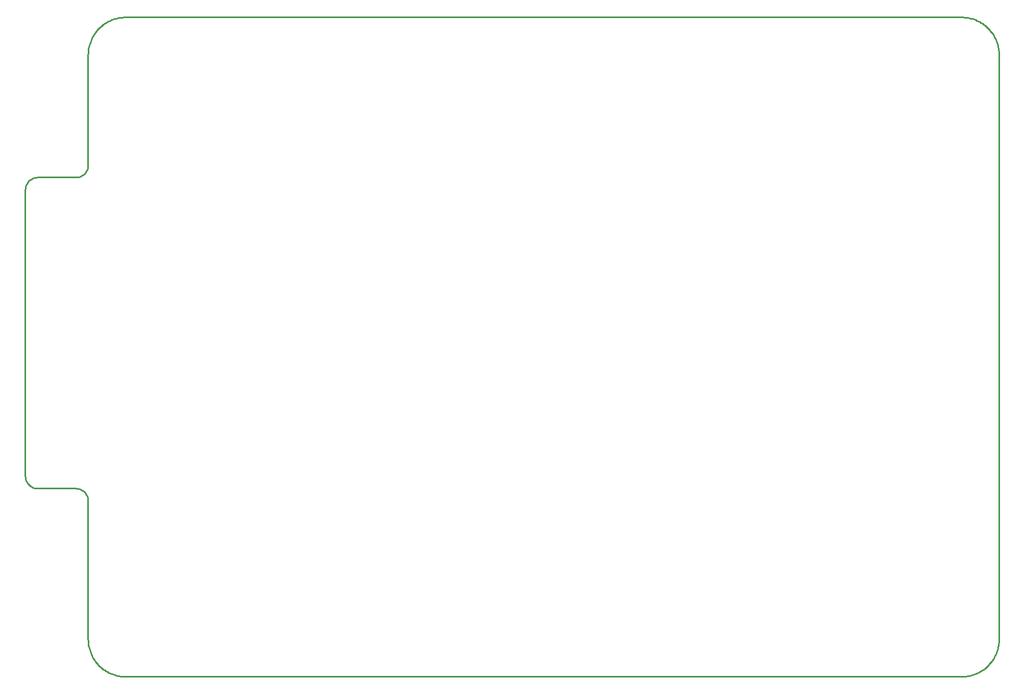
<source format=gko>
G04*
G04 #@! TF.GenerationSoftware,Altium Limited,Altium Designer,19.1.8 (144)*
G04*
G04 Layer_Color=16711935*
%FSLAX25Y25*%
%MOIN*%
G70*
G01*
G75*
%ADD14C,0.01000*%
D14*
X-23622Y110126D02*
X-23689Y111154D01*
X-23890Y112164D01*
X-24221Y113139D01*
X-24677Y114063D01*
X-25249Y114919D01*
X-25928Y115694D01*
X-26703Y116373D01*
X-27559Y116945D01*
X-28483Y117401D01*
X-29458Y117732D01*
X-30468Y117932D01*
X-31496Y118000D01*
X-62992Y125874D02*
X-62925Y124846D01*
X-62724Y123836D01*
X-62393Y122861D01*
X-61937Y121937D01*
X-61365Y121081D01*
X-60686Y120306D01*
X-59912Y119627D01*
X-59055Y119055D01*
X-58131Y118599D01*
X-57156Y118268D01*
X-56146Y118067D01*
X-55118Y118000D01*
Y312992D02*
X-56146Y312925D01*
X-57156Y312724D01*
X-58131Y312393D01*
X-59055Y311937D01*
X-59912Y311365D01*
X-60686Y310686D01*
X-61365Y309911D01*
X-61937Y309055D01*
X-62393Y308131D01*
X-62724Y307156D01*
X-62925Y306146D01*
X-62992Y305118D01*
X-31496Y312992D02*
X-30468Y313059D01*
X-29458Y313260D01*
X-28483Y313592D01*
X-27559Y314047D01*
X-26703Y314619D01*
X-25928Y315298D01*
X-25249Y316073D01*
X-24677Y316929D01*
X-24221Y317853D01*
X-23890Y318828D01*
X-23689Y319838D01*
X-23622Y320866D01*
X547244Y389759D02*
X547223Y390761D01*
X547159Y391762D01*
X547053Y392759D01*
X546904Y393751D01*
X546714Y394736D01*
X546482Y395711D01*
X546209Y396676D01*
X545895Y397628D01*
X545541Y398567D01*
X545147Y399489D01*
X544715Y400394D01*
X544244Y401279D01*
X543737Y402144D01*
X543193Y402987D01*
X542614Y403805D01*
X542001Y404599D01*
X541355Y405366D01*
X540676Y406104D01*
X539967Y406813D01*
X539228Y407491D01*
X538462Y408138D01*
X537669Y408751D01*
X536850Y409330D01*
X536007Y409874D01*
X535142Y410381D01*
X534257Y410852D01*
X533352Y411284D01*
X532430Y411678D01*
X531492Y412032D01*
X530539Y412346D01*
X529574Y412619D01*
X528599Y412851D01*
X527614Y413041D01*
X526622Y413190D01*
X525625Y413296D01*
X524625Y413360D01*
X523622Y413381D01*
Y-0D02*
X524625Y21D01*
X525625Y85D01*
X526622Y191D01*
X527614Y340D01*
X528599Y530D01*
X529574Y762D01*
X530539Y1035D01*
X531492Y1349D01*
X532430Y1703D01*
X533352Y2097D01*
X534257Y2529D01*
X535142Y3000D01*
X536007Y3507D01*
X536850Y4051D01*
X537669Y4630D01*
X538462Y5243D01*
X539228Y5890D01*
X539967Y6568D01*
X540676Y7277D01*
X541355Y8016D01*
X542001Y8782D01*
X542614Y9576D01*
X543193Y10394D01*
X543737Y11237D01*
X544244Y12102D01*
X544715Y12987D01*
X545147Y13892D01*
X545541Y14814D01*
X545895Y15753D01*
X546209Y16705D01*
X546482Y17670D01*
X546714Y18645D01*
X546904Y19630D01*
X547053Y20622D01*
X547159Y21619D01*
X547223Y22619D01*
X547244Y23622D01*
X-23622Y23622D02*
X-23601Y22619D01*
X-23537Y21619D01*
X-23431Y20622D01*
X-23282Y19630D01*
X-23092Y18645D01*
X-22860Y17670D01*
X-22587Y16705D01*
X-22273Y15753D01*
X-21919Y14814D01*
X-21525Y13892D01*
X-21093Y12987D01*
X-20622Y12102D01*
X-20115Y11237D01*
X-19571Y10394D01*
X-18992Y9576D01*
X-18379Y8782D01*
X-17732Y8016D01*
X-17054Y7277D01*
X-16345Y6568D01*
X-15607Y5890D01*
X-14840Y5243D01*
X-14046Y4630D01*
X-13228Y4051D01*
X-12385Y3507D01*
X-11520Y3000D01*
X-10635Y2529D01*
X-9730Y2097D01*
X-8808Y1703D01*
X-7869Y1349D01*
X-6917Y1035D01*
X-5952Y762D01*
X-4977Y530D01*
X-3992Y340D01*
X-3000Y191D01*
X-2003Y85D01*
X-1003Y21D01*
X0Y0D01*
Y413386D02*
X-1003Y413365D01*
X-2003Y413301D01*
X-3000Y413195D01*
X-3992Y413046D01*
X-4977Y412856D01*
X-5952Y412624D01*
X-6917Y412350D01*
X-7869Y412037D01*
X-8808Y411682D01*
X-9730Y411289D01*
X-10635Y410856D01*
X-11520Y410386D01*
X-12385Y409879D01*
X-13228Y409335D01*
X-14047Y408756D01*
X-14840Y408143D01*
X-15607Y407496D01*
X-16345Y406818D01*
X-17054Y406109D01*
X-17732Y405370D01*
X-18379Y404604D01*
X-18992Y403810D01*
X-19571Y402991D01*
X-20115Y402149D01*
X-20622Y401284D01*
X-21093Y400398D01*
X-21525Y399494D01*
X-21919Y398571D01*
X-22273Y397633D01*
X-22587Y396681D01*
X-22860Y395716D01*
X-23092Y394740D01*
X-23282Y393756D01*
X-23431Y392764D01*
X-23537Y391767D01*
X-23601Y390766D01*
X-23622Y389764D01*
X-55118Y118000D02*
X-31496D01*
X-62992Y305118D02*
X-62992Y125874D01*
X-23622Y23622D02*
Y110126D01*
X-55118Y312992D02*
X-31496D01*
X-23622Y320866D02*
Y389764D01*
X0Y413386D02*
X523622Y413386D01*
X0Y0D02*
X523622Y-0D01*
X547244Y23622D02*
Y389759D01*
M02*

</source>
